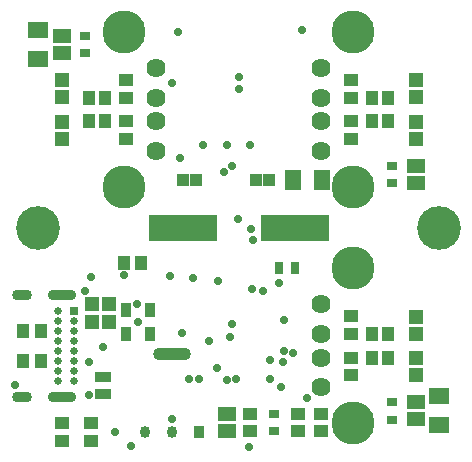
<source format=gbs>
G04*
G04 #@! TF.GenerationSoftware,Altium Limited,Altium Designer,21.0.9 (235)*
G04*
G04 Layer_Color=16711935*
%FSLAX25Y25*%
%MOIN*%
G70*
G04*
G04 #@! TF.SameCoordinates,0779874B-5586-4D04-955F-C3DAA35446A4*
G04*
G04*
G04 #@! TF.FilePolarity,Negative*
G04*
G01*
G75*
%ADD31R,0.04737X0.03950*%
%ADD35R,0.03950X0.04540*%
%ADD38C,0.14580*%
%ADD39C,0.06391*%
%ADD40C,0.14383*%
%ADD41C,0.02559*%
%ADD42R,0.02559X0.02559*%
G04:AMPARAMS|DCode=43|XSize=35.43mil|YSize=94.49mil|CornerRadius=17.72mil|HoleSize=0mil|Usage=FLASHONLY|Rotation=270.000|XOffset=0mil|YOffset=0mil|HoleType=Round|Shape=RoundedRectangle|*
%AMROUNDEDRECTD43*
21,1,0.03543,0.05906,0,0,270.0*
21,1,0.00000,0.09449,0,0,270.0*
1,1,0.03543,-0.02953,0.00000*
1,1,0.03543,-0.02953,0.00000*
1,1,0.03543,0.02953,0.00000*
1,1,0.03543,0.02953,0.00000*
%
%ADD43ROUNDEDRECTD43*%
G04:AMPARAMS|DCode=44|XSize=35.43mil|YSize=66.93mil|CornerRadius=17.72mil|HoleSize=0mil|Usage=FLASHONLY|Rotation=270.000|XOffset=0mil|YOffset=0mil|HoleType=Round|Shape=RoundedRectangle|*
%AMROUNDEDRECTD44*
21,1,0.03543,0.03150,0,0,270.0*
21,1,0.00000,0.06693,0,0,270.0*
1,1,0.03543,-0.01575,0.00000*
1,1,0.03543,-0.01575,0.00000*
1,1,0.03543,0.01575,0.00000*
1,1,0.03543,0.01575,0.00000*
%
%ADD44ROUNDEDRECTD44*%
%ADD45C,0.02800*%
%ADD52R,0.05315X0.03740*%
%ADD55R,0.03765X0.04749*%
%ADD56R,0.07103X0.05328*%
%ADD58R,0.03543X0.03150*%
%ADD60R,0.05328X0.07103*%
%ADD62R,0.05151X0.03960*%
G04:AMPARAMS|DCode=63|XSize=39.54mil|YSize=125.28mil|CornerRadius=17.2mil|HoleSize=0mil|Usage=FLASHONLY|Rotation=90.000|XOffset=0mil|YOffset=0mil|HoleType=Round|Shape=RoundedRectangle|*
%AMROUNDEDRECTD63*
21,1,0.03954,0.09088,0,0,90.0*
21,1,0.00514,0.12528,0,0,90.0*
1,1,0.03440,0.04544,0.00257*
1,1,0.03440,0.04544,-0.00257*
1,1,0.03440,-0.04544,-0.00257*
1,1,0.03440,-0.04544,0.00257*
%
%ADD63ROUNDEDRECTD63*%
G04:AMPARAMS|DCode=64|XSize=39.54mil|YSize=34.34mil|CornerRadius=17.17mil|HoleSize=0mil|Usage=FLASHONLY|Rotation=90.000|XOffset=0mil|YOffset=0mil|HoleType=Round|Shape=RoundedRectangle|*
%AMROUNDEDRECTD64*
21,1,0.03954,0.00000,0,0,90.0*
21,1,0.00520,0.03434,0,0,90.0*
1,1,0.03434,0.00000,0.00260*
1,1,0.03434,0.00000,-0.00260*
1,1,0.03434,0.00000,-0.00260*
1,1,0.03434,0.00000,0.00260*
%
%ADD64ROUNDEDRECTD64*%
%ADD65R,0.03434X0.03954*%
%ADD67R,0.04540X0.04934*%
%ADD68R,0.04147X0.04147*%
%ADD69R,0.03950X0.04737*%
%ADD70R,0.03162X0.03950*%
%ADD71R,0.06115X0.05131*%
%ADD72R,0.04934X0.04540*%
%ADD73R,0.22847X0.09068*%
D31*
X98425Y10827D02*
D03*
Y16732D02*
D03*
X106299Y16732D02*
D03*
Y10827D02*
D03*
X41339Y108268D02*
D03*
Y114173D02*
D03*
Y127953D02*
D03*
Y122047D02*
D03*
X116142Y35433D02*
D03*
Y29528D02*
D03*
X116142Y43307D02*
D03*
Y49213D02*
D03*
Y122047D02*
D03*
Y127953D02*
D03*
Y114173D02*
D03*
Y108268D02*
D03*
X82677Y16732D02*
D03*
Y10827D02*
D03*
D35*
X34154Y122047D02*
D03*
X28839D02*
D03*
X34154Y114173D02*
D03*
X28839D02*
D03*
X128642Y35433D02*
D03*
X123327D02*
D03*
X128642Y43307D02*
D03*
X123327D02*
D03*
X128642Y122047D02*
D03*
X123327D02*
D03*
X128642Y114173D02*
D03*
X123327D02*
D03*
D38*
X145669Y78740D02*
D03*
X11811D02*
D03*
D39*
X51142Y114173D02*
D03*
Y122047D02*
D03*
Y104331D02*
D03*
Y131890D02*
D03*
X106339Y122047D02*
D03*
Y114173D02*
D03*
Y131890D02*
D03*
Y104331D02*
D03*
Y43307D02*
D03*
Y35433D02*
D03*
Y53150D02*
D03*
Y25591D02*
D03*
D40*
X40472Y143976D02*
D03*
Y92244D02*
D03*
X117008D02*
D03*
Y143976D02*
D03*
Y13504D02*
D03*
Y65236D02*
D03*
D41*
X18406Y51083D02*
D03*
Y47736D02*
D03*
Y44390D02*
D03*
Y41043D02*
D03*
Y37697D02*
D03*
Y34350D02*
D03*
Y31004D02*
D03*
Y27657D02*
D03*
X23720D02*
D03*
Y31004D02*
D03*
Y34350D02*
D03*
Y37697D02*
D03*
Y41043D02*
D03*
Y44390D02*
D03*
Y47736D02*
D03*
D42*
Y51083D02*
D03*
D43*
X19862Y22343D02*
D03*
Y56398D02*
D03*
D44*
X6555Y22343D02*
D03*
Y56398D02*
D03*
D45*
X82858Y78319D02*
D03*
X62205Y28248D02*
D03*
X65354D02*
D03*
X77953D02*
D03*
X74837Y28100D02*
D03*
X71653Y31988D02*
D03*
X76673Y46555D02*
D03*
X75787Y42224D02*
D03*
X68996Y41043D02*
D03*
X59734Y43494D02*
D03*
X37442Y10640D02*
D03*
X42717Y6102D02*
D03*
X56496Y14961D02*
D03*
X82185Y5709D02*
D03*
X101673Y21850D02*
D03*
X92716Y25591D02*
D03*
X89075Y28346D02*
D03*
X93602Y33957D02*
D03*
X89075Y34646D02*
D03*
X93701Y37795D02*
D03*
X96949Y36811D02*
D03*
X93701Y47835D02*
D03*
X92323Y60335D02*
D03*
X86811Y57776D02*
D03*
X83268Y58252D02*
D03*
X71703Y60974D02*
D03*
X63583Y61811D02*
D03*
X55709Y62598D02*
D03*
X40354Y63090D02*
D03*
X29503Y62303D02*
D03*
X27461Y57579D02*
D03*
X45177Y47244D02*
D03*
X44833Y53150D02*
D03*
X33661Y39075D02*
D03*
X28839Y33858D02*
D03*
Y23031D02*
D03*
X4331Y26181D02*
D03*
X83366Y74508D02*
D03*
X78543Y81693D02*
D03*
X76575Y99311D02*
D03*
X73819Y97441D02*
D03*
X59252Y101969D02*
D03*
X82677Y106398D02*
D03*
X74803D02*
D03*
X66929D02*
D03*
X78937Y125098D02*
D03*
X78740Y128839D02*
D03*
X99902Y144488D02*
D03*
X58465Y143898D02*
D03*
X56595Y126870D02*
D03*
D52*
X33661Y29134D02*
D03*
Y23228D02*
D03*
D55*
X49311Y51181D02*
D03*
X41240D02*
D03*
X49311Y43307D02*
D03*
X41240D02*
D03*
D56*
X11811Y134939D02*
D03*
Y144588D02*
D03*
X145669Y22541D02*
D03*
Y12892D02*
D03*
D58*
X27559Y136811D02*
D03*
Y142717D02*
D03*
X129921Y99410D02*
D03*
Y93504D02*
D03*
X129921Y20669D02*
D03*
Y14764D02*
D03*
X90551Y10827D02*
D03*
Y16732D02*
D03*
D60*
X106399Y94488D02*
D03*
X96750D02*
D03*
D62*
X29528Y7771D02*
D03*
Y13489D02*
D03*
X19685Y7771D02*
D03*
Y13489D02*
D03*
D63*
X56398Y36595D02*
D03*
D64*
X47382Y10650D02*
D03*
X56398D02*
D03*
D65*
X65413D02*
D03*
D67*
X35531Y53150D02*
D03*
X29823D02*
D03*
X35531Y47244D02*
D03*
X29823D02*
D03*
D68*
X84350Y94488D02*
D03*
X88878D02*
D03*
X64567D02*
D03*
X60039D02*
D03*
D69*
X12795Y44390D02*
D03*
X6890D02*
D03*
X12795Y34350D02*
D03*
X6890D02*
D03*
X46260Y66929D02*
D03*
X40354D02*
D03*
D70*
X92323Y65236D02*
D03*
X97441D02*
D03*
D71*
X19685Y142520D02*
D03*
Y137008D02*
D03*
X137795Y93701D02*
D03*
Y99213D02*
D03*
Y14961D02*
D03*
Y20472D02*
D03*
X74803Y11024D02*
D03*
Y16535D02*
D03*
D72*
X19685Y114075D02*
D03*
Y108366D02*
D03*
Y122146D02*
D03*
Y127854D02*
D03*
X137795Y29626D02*
D03*
Y35335D02*
D03*
Y49114D02*
D03*
Y43406D02*
D03*
Y127854D02*
D03*
Y122146D02*
D03*
Y108366D02*
D03*
Y114075D02*
D03*
D73*
X97441Y78740D02*
D03*
X60039D02*
D03*
M02*

</source>
